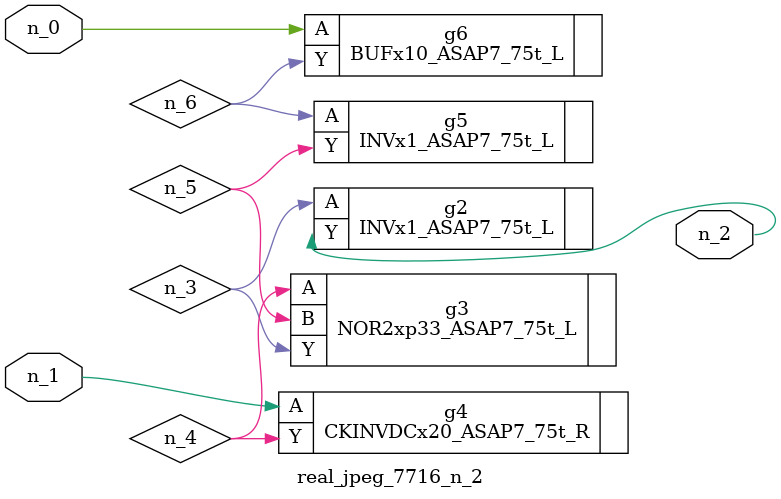
<source format=v>
module real_jpeg_7716_n_2 (n_1, n_0, n_2);

input n_1;
input n_0;

output n_2;

wire n_5;
wire n_4;
wire n_6;
wire n_3;

BUFx10_ASAP7_75t_L g6 ( 
.A(n_0),
.Y(n_6)
);

CKINVDCx20_ASAP7_75t_R g4 ( 
.A(n_1),
.Y(n_4)
);

INVx1_ASAP7_75t_L g2 ( 
.A(n_3),
.Y(n_2)
);

NOR2xp33_ASAP7_75t_L g3 ( 
.A(n_4),
.B(n_5),
.Y(n_3)
);

INVx1_ASAP7_75t_L g5 ( 
.A(n_6),
.Y(n_5)
);


endmodule
</source>
